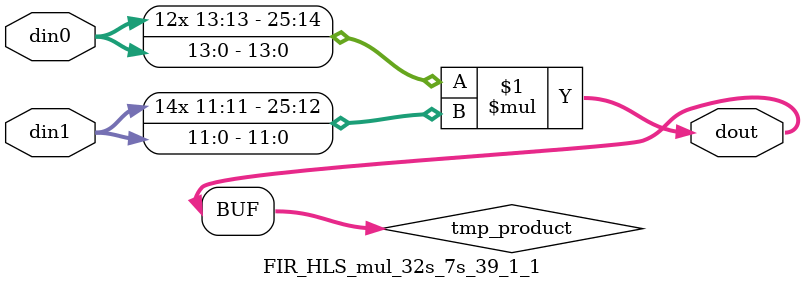
<source format=v>

`timescale 1 ns / 1 ps

 module FIR_HLS_mul_32s_7s_39_1_1(din0, din1, dout);
parameter ID = 1;
parameter NUM_STAGE = 0;
parameter din0_WIDTH = 14;
parameter din1_WIDTH = 12;
parameter dout_WIDTH = 26;

input [din0_WIDTH - 1 : 0] din0; 
input [din1_WIDTH - 1 : 0] din1; 
output [dout_WIDTH - 1 : 0] dout;

wire signed [dout_WIDTH - 1 : 0] tmp_product;



























assign tmp_product = $signed(din0) * $signed(din1);








assign dout = tmp_product;





















endmodule

</source>
